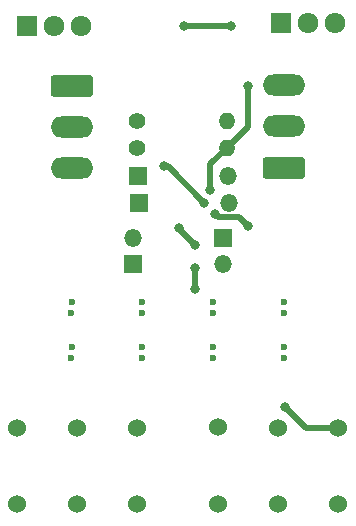
<source format=gbr>
%TF.GenerationSoftware,KiCad,Pcbnew,8.0.8*%
%TF.CreationDate,2025-01-30T22:26:20+01:00*%
%TF.ProjectId,pointMotor,706f696e-744d-46f7-946f-722e6b696361,rev?*%
%TF.SameCoordinates,Original*%
%TF.FileFunction,Copper,L2,Bot*%
%TF.FilePolarity,Positive*%
%FSLAX46Y46*%
G04 Gerber Fmt 4.6, Leading zero omitted, Abs format (unit mm)*
G04 Created by KiCad (PCBNEW 8.0.8) date 2025-01-30 22:26:20*
%MOMM*%
%LPD*%
G01*
G04 APERTURE LIST*
G04 Aperture macros list*
%AMRoundRect*
0 Rectangle with rounded corners*
0 $1 Rounding radius*
0 $2 $3 $4 $5 $6 $7 $8 $9 X,Y pos of 4 corners*
0 Add a 4 corners polygon primitive as box body*
4,1,4,$2,$3,$4,$5,$6,$7,$8,$9,$2,$3,0*
0 Add four circle primitives for the rounded corners*
1,1,$1+$1,$2,$3*
1,1,$1+$1,$4,$5*
1,1,$1+$1,$6,$7*
1,1,$1+$1,$8,$9*
0 Add four rect primitives between the rounded corners*
20,1,$1+$1,$2,$3,$4,$5,0*
20,1,$1+$1,$4,$5,$6,$7,0*
20,1,$1+$1,$6,$7,$8,$9,0*
20,1,$1+$1,$8,$9,$2,$3,0*%
G04 Aperture macros list end*
%TA.AperFunction,ComponentPad*%
%ADD10RoundRect,0.250000X-1.550000X0.650000X-1.550000X-0.650000X1.550000X-0.650000X1.550000X0.650000X0*%
%TD*%
%TA.AperFunction,ComponentPad*%
%ADD11O,3.600000X1.800000*%
%TD*%
%TA.AperFunction,ComponentPad*%
%ADD12RoundRect,0.250000X1.550000X-0.650000X1.550000X0.650000X-1.550000X0.650000X-1.550000X-0.650000X0*%
%TD*%
%TA.AperFunction,ComponentPad*%
%ADD13R,1.500000X1.500000*%
%TD*%
%TA.AperFunction,ComponentPad*%
%ADD14O,1.500000X1.500000*%
%TD*%
%TA.AperFunction,ComponentPad*%
%ADD15R,1.710000X1.800000*%
%TD*%
%TA.AperFunction,ComponentPad*%
%ADD16O,1.710000X1.800000*%
%TD*%
%TA.AperFunction,ComponentPad*%
%ADD17C,1.524000*%
%TD*%
%TA.AperFunction,ComponentPad*%
%ADD18C,1.400000*%
%TD*%
%TA.AperFunction,ComponentPad*%
%ADD19O,1.400000X1.400000*%
%TD*%
%TA.AperFunction,ViaPad*%
%ADD20C,0.600000*%
%TD*%
%TA.AperFunction,ViaPad*%
%ADD21C,0.800000*%
%TD*%
%TA.AperFunction,Conductor*%
%ADD22C,0.500000*%
%TD*%
G04 APERTURE END LIST*
D10*
%TO.P,J1,1,Pin_1*%
%TO.N,/coilB*%
X107000000Y-79055000D03*
D11*
%TO.P,J1,2,Pin_2*%
%TO.N,/collector*%
X107000000Y-82555000D03*
%TO.P,J1,3,Pin_3*%
%TO.N,/coilA*%
X107000000Y-86055000D03*
%TD*%
D12*
%TO.P,J101,1,Pin_1*%
%TO.N,/NO1_FROG*%
X125000000Y-86000000D03*
D11*
%TO.P,J101,2,Pin_2*%
%TO.N,/NC_FROQ*%
X125000000Y-82500000D03*
%TO.P,J101,3,Pin_3*%
%TO.N,/NO2_FROG*%
X125000000Y-79000000D03*
%TD*%
D13*
%TO.P,D102,1,K*%
%TO.N,Net-(D102-K)*%
X119815000Y-92000000D03*
D14*
%TO.P,D102,2,A*%
%TO.N,Net-(D101-K)*%
X112195000Y-92000000D03*
%TD*%
D15*
%TO.P,Q2,1,E*%
%TO.N,/motA*%
X124726000Y-73787000D03*
D16*
%TO.P,Q2,2,C*%
%TO.N,/collector*%
X127006000Y-73787000D03*
%TO.P,Q2,3,B*%
%TO.N,/coilA*%
X129286000Y-73787000D03*
%TD*%
D13*
%TO.P,D1,1,K*%
%TO.N,/coilB*%
X112644000Y-86741000D03*
D14*
%TO.P,D1,2,A*%
%TO.N,/NC*%
X120264000Y-86741000D03*
%TD*%
D17*
%TO.P,SW103,1,A*%
%TO.N,unconnected-(SW103-A-Pad1)*%
X112580000Y-114520000D03*
%TO.P,SW103,2,B*%
%TO.N,/NC_FROQ*%
X102420000Y-114510000D03*
%TO.P,SW103,3,C*%
%TO.N,/NO1_FROG*%
X107500000Y-114510000D03*
%TD*%
D13*
%TO.P,D101,1,K*%
%TO.N,Net-(D101-K)*%
X112185000Y-94189000D03*
D14*
%TO.P,D101,2,A*%
%TO.N,Net-(D101-A)*%
X119805000Y-94189000D03*
%TD*%
D17*
%TO.P,SW102,1,A*%
%TO.N,/NC*%
X119420000Y-108000000D03*
%TO.P,SW102,2,B*%
%TO.N,Net-(D102-K)*%
X129580000Y-108010000D03*
%TO.P,SW102,3,C*%
%TO.N,/NO2*%
X124500000Y-108010000D03*
%TD*%
D18*
%TO.P,R2,1*%
%TO.N,/collector*%
X112522000Y-84328000D03*
D19*
%TO.P,R2,2*%
%TO.N,/coilA*%
X120142000Y-84328000D03*
%TD*%
D17*
%TO.P,SW104,1,A*%
%TO.N,unconnected-(SW104-A-Pad1)*%
X119420000Y-114500000D03*
%TO.P,SW104,2,B*%
%TO.N,/NC_FROQ*%
X129580000Y-114510000D03*
%TO.P,SW104,3,C*%
%TO.N,/NO2_FROG*%
X124500000Y-114510000D03*
%TD*%
D18*
%TO.P,R1,1*%
%TO.N,/collector*%
X112522000Y-82067000D03*
D19*
%TO.P,R1,2*%
%TO.N,/coilB*%
X120142000Y-82067000D03*
%TD*%
D15*
%TO.P,Q1,1,E*%
%TO.N,/NC*%
X103220000Y-74000000D03*
D16*
%TO.P,Q1,2,C*%
%TO.N,/collector*%
X105500000Y-74000000D03*
%TO.P,Q1,3,B*%
%TO.N,/coilB*%
X107780000Y-74000000D03*
%TD*%
D17*
%TO.P,SW101,1,A*%
%TO.N,/NC*%
X112580000Y-108020000D03*
%TO.P,SW101,2,B*%
%TO.N,Net-(D101-A)*%
X102420000Y-108010000D03*
%TO.P,SW101,3,C*%
%TO.N,/NO1*%
X107500000Y-108010000D03*
%TD*%
D13*
%TO.P,D2,1,K*%
%TO.N,/coilA*%
X112685000Y-89000000D03*
D14*
%TO.P,D2,2,A*%
%TO.N,/motA*%
X120305000Y-89000000D03*
%TD*%
D20*
%TO.N,*%
X119000000Y-97409000D03*
X107000000Y-101192000D03*
X125000000Y-101192000D03*
X124968000Y-98325000D03*
X106968000Y-102108000D03*
X113000000Y-101192000D03*
X112968000Y-102108000D03*
X113000000Y-97409000D03*
X106968000Y-98325000D03*
X119000000Y-101192000D03*
X125000000Y-97409000D03*
X118968000Y-102108000D03*
X112968000Y-98325000D03*
X107000000Y-97409000D03*
X124968000Y-102108000D03*
X118968000Y-98325000D03*
D21*
%TO.N,Net-(D101-K)*%
X119126000Y-89916000D03*
X121949541Y-90961541D03*
%TO.N,Net-(D102-K)*%
X125100000Y-106301000D03*
%TO.N,/NC*%
X116066459Y-91138459D03*
X117475000Y-96239000D03*
X117475000Y-92583000D03*
X117475000Y-94539000D03*
%TO.N,/coilA*%
X118745000Y-87884000D03*
X121920000Y-79121000D03*
%TO.N,/motA*%
X116500000Y-74000000D03*
X114826022Y-85891000D03*
X118237000Y-89000000D03*
X120500000Y-74000000D03*
%TD*%
D22*
%TO.N,Net-(D101-K)*%
X121188000Y-90200000D02*
X119410000Y-90200000D01*
X119410000Y-90200000D02*
X119126000Y-89916000D01*
X121949541Y-90961541D02*
X121188000Y-90200000D01*
%TO.N,Net-(D102-K)*%
X125100000Y-106301000D02*
X126809000Y-108010000D01*
X126809000Y-108010000D02*
X129580000Y-108010000D01*
%TO.N,/NC*%
X116066459Y-91138459D02*
X116066459Y-91174459D01*
X116066459Y-91174459D02*
X117475000Y-92583000D01*
X117475000Y-96239000D02*
X117475000Y-94539000D01*
%TO.N,/coilA*%
X121920000Y-82550000D02*
X121920000Y-79121000D01*
X118745000Y-87884000D02*
X118745000Y-85725000D01*
X120142000Y-84328000D02*
X121920000Y-82550000D01*
X118745000Y-85725000D02*
X120142000Y-84328000D01*
%TO.N,/motA*%
X116500000Y-74000000D02*
X120500000Y-74000000D01*
X114826022Y-85891000D02*
X115128000Y-85891000D01*
X115128000Y-85891000D02*
X118237000Y-89000000D01*
%TD*%
M02*

</source>
